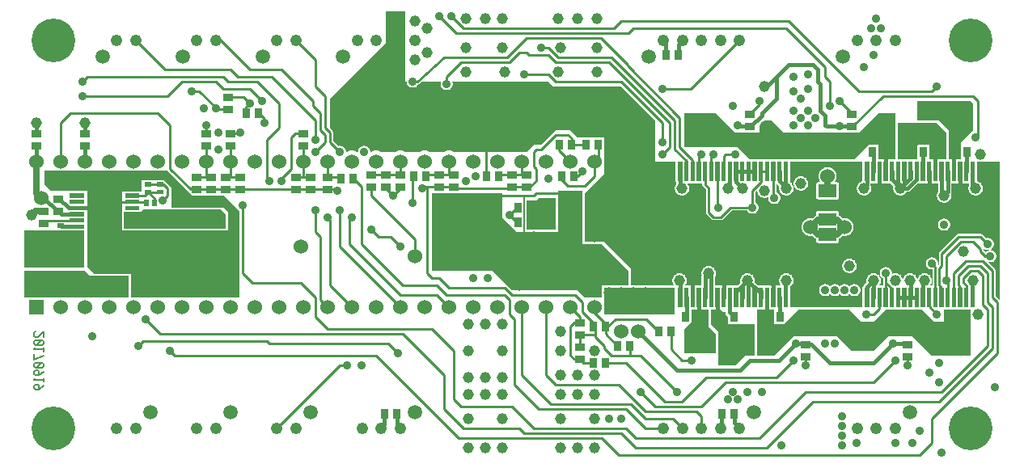
<source format=gbr>
G04 start of page 5 for group 3 idx 3 *
G04 Title: board, bottom *
G04 Creator: pcb 20140316 *
G04 CreationDate: Mon 25 Sep 2017 03:50:36 AM GMT UTC *
G04 For: brian *
G04 Format: Gerber/RS-274X *
G04 PCB-Dimensions (mil): 6000.00 5000.00 *
G04 PCB-Coordinate-Origin: lower left *
%MOIN*%
%FSLAX25Y25*%
%LNBOTTOM*%
%ADD104C,0.0118*%
%ADD103C,0.0380*%
%ADD102C,0.0437*%
%ADD101C,0.1285*%
%ADD100C,0.0279*%
%ADD99C,0.0350*%
%ADD98C,0.0200*%
%ADD97C,0.0280*%
%ADD96C,0.0360*%
%ADD95C,0.0460*%
%ADD94R,0.1339X0.1339*%
%ADD93R,0.0100X0.0100*%
%ADD92R,0.0460X0.0460*%
%ADD91R,0.0512X0.0512*%
%ADD90R,0.0197X0.0197*%
%ADD89R,0.1220X0.1220*%
%ADD88R,0.0177X0.0177*%
%ADD87R,0.0560X0.0560*%
%ADD86R,0.0295X0.0295*%
%ADD85C,0.0278*%
%ADD84C,0.0600*%
%ADD83C,0.0597*%
%ADD82C,0.1800*%
%ADD81C,0.0480*%
%ADD80C,0.0060*%
%ADD79C,0.0150*%
%ADD78C,0.0070*%
%ADD77C,0.0250*%
%ADD76C,0.0100*%
%ADD75C,0.0160*%
%ADD74C,0.0001*%
G54D74*G36*
X412000Y199000D02*X415000Y196000D01*
Y193000D01*
X426000D01*
Y180000D01*
X422000D01*
X418000Y176000D01*
X411000D01*
Y190000D01*
X408000Y193000D01*
Y199000D01*
X412000D01*
G37*
G36*
X407000D02*Y192000D01*
X410000Y189000D01*
Y181000D01*
X397000D01*
Y191000D01*
X400000Y194000D01*
Y199000D01*
X407000D01*
G37*
G36*
X477000Y261000D02*Y267000D01*
X473000D01*
X467000Y261000D01*
X424000D01*
X419000Y266000D01*
X397000D01*
Y280000D01*
X410000D01*
X418000Y272000D01*
X428000D01*
Y275000D01*
X430000Y277000D01*
X433000D01*
X438000Y272000D01*
X469000D01*
X477000Y280000D01*
X484000D01*
Y261000D01*
X477000D01*
G37*
G36*
X434000Y199000D02*Y193000D01*
X438000D01*
X444000Y199000D01*
X465000D01*
X470000Y194000D01*
X475000D01*
X480000Y199000D01*
X495000D01*
X500000Y194000D01*
X504000D01*
Y199000D01*
X515000D01*
Y180000D01*
X499000D01*
X491000Y188000D01*
X481000D01*
X475000Y182000D01*
X466000D01*
X460000Y188000D01*
X442000D01*
X434000Y180000D01*
X427000D01*
Y199000D01*
X434000D01*
G37*
G36*
X505000Y261000D02*X498000D01*
Y267000D01*
X493000D01*
Y261000D01*
X485000D01*
Y276000D01*
X501000D01*
X505000Y272000D01*
Y261000D01*
G37*
G36*
X506000D02*Y273000D01*
X502000Y277000D01*
X493000D01*
Y285000D01*
X515000D01*
X516000Y284000D01*
Y273000D01*
X511000Y268000D01*
Y261000D01*
X506000D01*
G37*
G36*
X451000Y214000D02*Y222000D01*
X461000D01*
Y214000D01*
X451000D01*
G37*
G36*
X510817Y251052D02*X511677Y251057D01*
X511830Y251093D01*
X511913Y251128D01*
X511997Y251093D01*
X512150Y251057D01*
X512307Y251047D01*
X514236Y251057D01*
X514252Y251060D01*
Y250307D01*
X514247Y250248D01*
X514251Y250202D01*
X514138Y249930D01*
X514028Y249471D01*
X513991Y249000D01*
X514028Y248529D01*
X514138Y248070D01*
X514319Y247634D01*
X514565Y247231D01*
X514872Y246872D01*
X515231Y246565D01*
X515634Y246319D01*
X516070Y246138D01*
X516529Y246028D01*
X517000Y245991D01*
X517471Y246028D01*
X517930Y246138D01*
X518366Y246319D01*
X518769Y246565D01*
X519128Y246872D01*
X519435Y247231D01*
X519681Y247634D01*
X519862Y248070D01*
X519972Y248529D01*
X520000Y249000D01*
X519972Y249471D01*
X519862Y249930D01*
X519681Y250366D01*
X519435Y250769D01*
X519128Y251128D01*
X518769Y251435D01*
X518366Y251681D01*
X517930Y251862D01*
X517631Y251934D01*
X517638Y252047D01*
X517629Y260000D01*
X518882D01*
X519000Y259991D01*
X519118Y260000D01*
X527000D01*
Y202665D01*
X526974Y202708D01*
X526851Y202851D01*
X526815Y202882D01*
X525200Y204497D01*
Y214953D01*
X525204Y215000D01*
X525189Y215188D01*
X525189Y215188D01*
X525145Y215372D01*
X525073Y215546D01*
X524974Y215708D01*
X524851Y215851D01*
X524815Y215882D01*
X521981Y218716D01*
X522225Y218615D01*
X522608Y218523D01*
X523000Y218492D01*
X523392Y218523D01*
X523775Y218615D01*
X524138Y218766D01*
X524474Y218971D01*
X524773Y219227D01*
X525029Y219526D01*
X525234Y219862D01*
X525385Y220225D01*
X525477Y220608D01*
X525500Y221000D01*
X525477Y221392D01*
X525385Y221775D01*
X525234Y222138D01*
X525029Y222474D01*
X524773Y222773D01*
X524474Y223029D01*
X524138Y223234D01*
X523775Y223385D01*
X523392Y223477D01*
X523000Y223508D01*
X522608Y223477D01*
X522225Y223385D01*
X521862Y223234D01*
X521526Y223029D01*
X521227Y222773D01*
X521087Y222610D01*
X520200Y223497D01*
Y223953D01*
X520204Y224000D01*
X520189Y224188D01*
X520161Y224304D01*
X520227Y224227D01*
X520526Y223971D01*
X520862Y223766D01*
X521225Y223615D01*
X521608Y223523D01*
X522000Y223492D01*
X522392Y223523D01*
X522775Y223615D01*
X523138Y223766D01*
X523474Y223971D01*
X523773Y224227D01*
X524029Y224526D01*
X524234Y224862D01*
X524385Y225225D01*
X524477Y225608D01*
X524500Y226000D01*
X524477Y226392D01*
X524385Y226775D01*
X524234Y227138D01*
X524029Y227474D01*
X523773Y227773D01*
X523474Y228029D01*
X523138Y228234D01*
X522775Y228385D01*
X522392Y228477D01*
X522000Y228508D01*
X521608Y228477D01*
X521295Y228402D01*
X519882Y229815D01*
X519851Y229851D01*
X519708Y229974D01*
X519546Y230073D01*
X519372Y230145D01*
X519188Y230189D01*
X519000Y230204D01*
X518953Y230200D01*
X510817D01*
Y247510D01*
X511000Y247495D01*
X511235Y247514D01*
X511465Y247569D01*
X511683Y247659D01*
X511884Y247783D01*
X512064Y247936D01*
X512217Y248116D01*
X512341Y248317D01*
X512431Y248535D01*
X512486Y248765D01*
X512505Y249000D01*
X512486Y249235D01*
X512431Y249465D01*
X512341Y249683D01*
X512217Y249884D01*
X512061Y250061D01*
X511695Y250427D01*
X511518Y250583D01*
X511317Y250707D01*
X511099Y250797D01*
X510869Y250852D01*
X510817Y250856D01*
Y251052D01*
G37*
G36*
X503996Y242991D02*X504000Y242991D01*
X504471Y243028D01*
X504930Y243138D01*
X505366Y243319D01*
X505769Y243565D01*
X506128Y243872D01*
X506435Y244231D01*
X506681Y244634D01*
X506862Y245070D01*
X506972Y245529D01*
X507000Y246000D01*
X506972Y246471D01*
X506875Y246877D01*
X506947Y247051D01*
X507002Y247280D01*
X507020Y247516D01*
X507016Y247575D01*
Y251060D01*
X507032Y251057D01*
X507189Y251047D01*
X509118Y251057D01*
X509271Y251093D01*
X509354Y251128D01*
X509438Y251093D01*
X509591Y251057D01*
X509748Y251047D01*
X510817Y251052D01*
Y250856D01*
X510634Y250871D01*
X510398Y250852D01*
X510169Y250797D01*
X509951Y250707D01*
X509749Y250583D01*
X509570Y250430D01*
X509417Y250251D01*
X509293Y250049D01*
X509203Y249831D01*
X509148Y249602D01*
X509129Y249366D01*
X509148Y249131D01*
X509203Y248901D01*
X509293Y248683D01*
X509417Y248482D01*
X509573Y248305D01*
X509939Y247939D01*
X510116Y247783D01*
X510317Y247659D01*
X510535Y247569D01*
X510765Y247514D01*
X510817Y247510D01*
Y230200D01*
X510047D01*
X510000Y230204D01*
X509812Y230189D01*
X509628Y230145D01*
X509454Y230073D01*
X509292Y229974D01*
X509292Y229974D01*
X509149Y229851D01*
X509118Y229815D01*
X503996Y224693D01*
Y231493D01*
X504000Y231492D01*
X504392Y231523D01*
X504775Y231615D01*
X505138Y231766D01*
X505474Y231971D01*
X505773Y232227D01*
X506029Y232526D01*
X506234Y232862D01*
X506385Y233225D01*
X506477Y233608D01*
X506500Y234000D01*
X506477Y234392D01*
X506385Y234775D01*
X506234Y235138D01*
X506029Y235474D01*
X505773Y235773D01*
X505474Y236029D01*
X505138Y236234D01*
X504775Y236385D01*
X504392Y236477D01*
X504000Y236508D01*
X503996Y236507D01*
Y242991D01*
G37*
G36*
X464995Y260000D02*X470367D01*
X470362Y259921D01*
X470371Y251934D01*
X470070Y251862D01*
X469634Y251681D01*
X469231Y251435D01*
X468872Y251128D01*
X468565Y250769D01*
X468319Y250366D01*
X468138Y249930D01*
X468028Y249471D01*
X467991Y249000D01*
X468028Y248529D01*
X468138Y248070D01*
X468319Y247634D01*
X468565Y247231D01*
X468872Y246872D01*
X469231Y246565D01*
X469634Y246319D01*
X470070Y246138D01*
X470529Y246028D01*
X471000Y245991D01*
X471471Y246028D01*
X471930Y246138D01*
X472366Y246319D01*
X472769Y246565D01*
X473128Y246872D01*
X473435Y247231D01*
X473681Y247634D01*
X473862Y248070D01*
X473972Y248529D01*
X474000Y249000D01*
X473972Y249471D01*
X473862Y249930D01*
X473749Y250202D01*
X473753Y250248D01*
X473748Y250307D01*
Y251060D01*
X473764Y251057D01*
X473921Y251047D01*
X475850Y251057D01*
X476003Y251093D01*
X476087Y251128D01*
X476170Y251093D01*
X476323Y251057D01*
X476480Y251047D01*
X478409Y251057D01*
X478562Y251093D01*
X478646Y251128D01*
X478729Y251093D01*
X478882Y251057D01*
X479039Y251047D01*
X480968Y251057D01*
X481121Y251093D01*
X481205Y251128D01*
X481288Y251093D01*
X481442Y251057D01*
X481598Y251047D01*
X481830Y251048D01*
X483101Y249777D01*
X483028Y249471D01*
X482991Y249000D01*
X483028Y248529D01*
X483138Y248070D01*
X483319Y247634D01*
X483565Y247231D01*
X483872Y246872D01*
X484231Y246565D01*
X484634Y246319D01*
X485070Y246138D01*
X485529Y246028D01*
X486000Y245991D01*
X486471Y246028D01*
X486930Y246138D01*
X487366Y246319D01*
X487769Y246565D01*
X488128Y246872D01*
X488435Y247231D01*
X488599Y247500D01*
X488941D01*
X489000Y247495D01*
X489235Y247514D01*
X489235Y247514D01*
X489465Y247569D01*
X489465Y247569D01*
X489465D01*
X489472Y247572D01*
X489683Y247659D01*
X489683Y247659D01*
X489683Y247659D01*
X489717Y247680D01*
X489884Y247783D01*
X489884Y247783D01*
X489884Y247783D01*
X490064Y247936D01*
X490102Y247981D01*
X493175Y251054D01*
X493763Y251057D01*
X493916Y251093D01*
X494000Y251128D01*
X494084Y251093D01*
X494237Y251057D01*
X494394Y251047D01*
X496322Y251057D01*
X496475Y251093D01*
X496559Y251128D01*
X496643Y251093D01*
X496796Y251057D01*
X496953Y251047D01*
X498881Y251057D01*
X499034Y251093D01*
X499118Y251128D01*
X499202Y251093D01*
X499355Y251057D01*
X499512Y251047D01*
X501440Y251057D01*
X501457Y251060D01*
Y247591D01*
X501319Y247366D01*
X501138Y246930D01*
X501028Y246471D01*
X500991Y246000D01*
X501028Y245529D01*
X501138Y245070D01*
X501319Y244634D01*
X501565Y244231D01*
X501872Y243872D01*
X502231Y243565D01*
X502634Y243319D01*
X503070Y243138D01*
X503529Y243028D01*
X503996Y242991D01*
Y236507D01*
X503608Y236477D01*
X503225Y236385D01*
X502862Y236234D01*
X502526Y236029D01*
X502227Y235773D01*
X501971Y235474D01*
X501766Y235138D01*
X501615Y234775D01*
X501523Y234392D01*
X501492Y234000D01*
X501523Y233608D01*
X501615Y233225D01*
X501766Y232862D01*
X501971Y232526D01*
X502227Y232227D01*
X502526Y231971D01*
X502862Y231766D01*
X503225Y231615D01*
X503608Y231523D01*
X503996Y231493D01*
Y224693D01*
X502185Y222882D01*
X502149Y222851D01*
X502026Y222708D01*
X501927Y222546D01*
X501855Y222372D01*
X501811Y222188D01*
X501811Y222188D01*
X501796Y222000D01*
X501800Y221953D01*
Y217497D01*
X501463Y217160D01*
X501396Y217270D01*
X501477Y217608D01*
X501500Y218000D01*
X501477Y218392D01*
X501385Y218775D01*
X501234Y219138D01*
X501029Y219474D01*
X500773Y219773D01*
X500474Y220029D01*
X500138Y220234D01*
X499775Y220385D01*
X499392Y220477D01*
X499000Y220508D01*
X498608Y220477D01*
X498225Y220385D01*
X497862Y220234D01*
X497526Y220029D01*
X497227Y219773D01*
X496971Y219474D01*
X496766Y219138D01*
X496615Y218775D01*
X496523Y218392D01*
X496492Y218000D01*
X496523Y217608D01*
X496615Y217225D01*
X496766Y216862D01*
X496971Y216526D01*
X497227Y216227D01*
X497526Y215971D01*
X497862Y215766D01*
X498225Y215615D01*
X498608Y215523D01*
X499000Y215492D01*
X499198Y215508D01*
Y208905D01*
X499118Y208872D01*
X499034Y208907D01*
X498881Y208943D01*
X498724Y208953D01*
X498195Y208950D01*
X498435Y209231D01*
X498681Y209634D01*
X498862Y210070D01*
X498972Y210529D01*
X499000Y211000D01*
X498972Y211471D01*
X498862Y211930D01*
X498681Y212366D01*
X498435Y212769D01*
X498128Y213128D01*
X497769Y213435D01*
X497366Y213681D01*
X496930Y213862D01*
X496471Y213972D01*
X496000Y214009D01*
X495529Y213972D01*
X495070Y213862D01*
X494634Y213681D01*
X494231Y213435D01*
X493872Y213128D01*
X493565Y212769D01*
X493319Y212366D01*
X493138Y211930D01*
X493028Y211471D01*
X492996Y211067D01*
X492972Y211471D01*
X492862Y211930D01*
X492681Y212366D01*
X492435Y212769D01*
X492128Y213128D01*
X491769Y213435D01*
X491366Y213681D01*
X490930Y213862D01*
X490471Y213972D01*
X490000Y214009D01*
X489529Y213972D01*
X489070Y213862D01*
X488634Y213681D01*
X488231Y213435D01*
X487872Y213128D01*
X487565Y212769D01*
X487319Y212366D01*
X487138Y211930D01*
X487028Y211471D01*
X486996Y211067D01*
X486972Y211471D01*
X486862Y211930D01*
X486681Y212366D01*
X486435Y212769D01*
X486128Y213128D01*
X485769Y213435D01*
X485366Y213681D01*
X484930Y213862D01*
X484471Y213972D01*
X484000Y214009D01*
X483529Y213972D01*
X483070Y213862D01*
X482634Y213681D01*
X482470Y213581D01*
X482477Y213608D01*
X482500Y214000D01*
X482477Y214392D01*
X482385Y214775D01*
X482234Y215138D01*
X482029Y215474D01*
X481773Y215773D01*
X481474Y216029D01*
X481138Y216234D01*
X480775Y216385D01*
X480392Y216477D01*
X480000Y216508D01*
X479608Y216477D01*
X479225Y216385D01*
X478862Y216234D01*
X478526Y216029D01*
X478227Y215773D01*
X477971Y215474D01*
X477766Y215138D01*
X477615Y214775D01*
X477523Y214392D01*
X477492Y214000D01*
X477523Y213608D01*
X477615Y213225D01*
X477766Y212862D01*
X477971Y212526D01*
X478227Y212227D01*
X478526Y211971D01*
X478800Y211803D01*
Y210047D01*
X478796Y210000D01*
X478800Y209953D01*
Y208924D01*
X478729Y208907D01*
X478646Y208872D01*
X478562Y208907D01*
X478409Y208943D01*
X478252Y208953D01*
X477192Y208948D01*
X477435Y209231D01*
X477681Y209634D01*
X477862Y210070D01*
X477972Y210529D01*
X478000Y211000D01*
X477972Y211471D01*
X477862Y211930D01*
X477681Y212366D01*
X477435Y212769D01*
X477128Y213128D01*
X476769Y213435D01*
X476366Y213681D01*
X475930Y213862D01*
X475471Y213972D01*
X475000Y214009D01*
X474529Y213972D01*
X474070Y213862D01*
X473634Y213681D01*
X473231Y213435D01*
X472872Y213128D01*
X472565Y212769D01*
X472319Y212366D01*
X472138Y211930D01*
X472028Y211471D01*
X471991Y211000D01*
X472028Y210529D01*
X472101Y210223D01*
X471229Y209350D01*
X471184Y209312D01*
X471031Y209132D01*
X470907Y208931D01*
X470861Y208818D01*
X470773Y208764D01*
X470653Y208662D01*
X470551Y208542D01*
X470468Y208408D01*
X470408Y208263D01*
X470371Y208110D01*
X470362Y207953D01*
X470371Y200000D01*
X464995D01*
Y205487D01*
X465000Y205492D01*
X465227Y205227D01*
X465526Y204971D01*
X465862Y204766D01*
X466225Y204615D01*
X466608Y204523D01*
X467000Y204492D01*
X467392Y204523D01*
X467775Y204615D01*
X468138Y204766D01*
X468474Y204971D01*
X468773Y205227D01*
X469029Y205526D01*
X469234Y205862D01*
X469385Y206225D01*
X469477Y206608D01*
X469500Y207000D01*
X469477Y207392D01*
X469385Y207775D01*
X469234Y208138D01*
X469029Y208474D01*
X468773Y208773D01*
X468474Y209029D01*
X468138Y209234D01*
X467775Y209385D01*
X467392Y209477D01*
X467000Y209508D01*
X466608Y209477D01*
X466225Y209385D01*
X465862Y209234D01*
X465526Y209029D01*
X465227Y208773D01*
X465000Y208508D01*
X464995Y208513D01*
Y213991D01*
X465000Y213991D01*
X465471Y214028D01*
X465930Y214138D01*
X466366Y214319D01*
X466769Y214565D01*
X467128Y214872D01*
X467435Y215231D01*
X467681Y215634D01*
X467862Y216070D01*
X467972Y216529D01*
X468000Y217000D01*
X467972Y217471D01*
X467862Y217930D01*
X467681Y218366D01*
X467435Y218769D01*
X467128Y219128D01*
X466769Y219435D01*
X466366Y219681D01*
X465930Y219862D01*
X465471Y219972D01*
X465000Y220009D01*
X464995Y220009D01*
Y229883D01*
X465182Y229997D01*
X465624Y230376D01*
X466003Y230818D01*
X466307Y231315D01*
X466530Y231853D01*
X466666Y232419D01*
X466700Y233000D01*
X466666Y233581D01*
X466530Y234147D01*
X466307Y234685D01*
X466003Y235182D01*
X465624Y235624D01*
X465182Y236003D01*
X464995Y236117D01*
Y260000D01*
G37*
G36*
Y208513D02*X464773Y208773D01*
X464474Y209029D01*
X464138Y209234D01*
X463775Y209385D01*
X463392Y209477D01*
X463000Y209508D01*
X462608Y209477D01*
X462225Y209385D01*
X461862Y209234D01*
X461526Y209029D01*
X461227Y208773D01*
X461000Y208508D01*
X460773Y208773D01*
X460474Y209029D01*
X460138Y209234D01*
X459775Y209385D01*
X459392Y209477D01*
X459000Y209508D01*
X458608Y209477D01*
X458225Y209385D01*
X457862Y209234D01*
X457526Y209029D01*
X457227Y208773D01*
X457000Y208508D01*
X456773Y208773D01*
X456474Y209029D01*
X456138Y209234D01*
X456000Y209292D01*
Y214541D01*
X459897Y214545D01*
X460050Y214582D01*
X460195Y214642D01*
X460330Y214724D01*
X460449Y214827D01*
X460552Y214946D01*
X460634Y215081D01*
X460694Y215226D01*
X460731Y215379D01*
X460740Y215536D01*
X460731Y220811D01*
X460694Y220964D01*
X460634Y221109D01*
X460552Y221244D01*
X460449Y221363D01*
X460330Y221466D01*
X460195Y221548D01*
X460050Y221608D01*
X459897Y221645D01*
X459740Y221654D01*
X456000Y221649D01*
Y226351D01*
X459897Y226355D01*
X460050Y226392D01*
X460195Y226452D01*
X460330Y226534D01*
X460449Y226637D01*
X460552Y226756D01*
X460634Y226891D01*
X460694Y227036D01*
X460731Y227189D01*
X460740Y227346D01*
X460739Y228195D01*
X460888Y228257D01*
X461150Y228418D01*
X461383Y228617D01*
X461433Y228675D01*
X462155Y229398D01*
X462419Y229334D01*
X463000Y229289D01*
X463581Y229334D01*
X464147Y229470D01*
X464685Y229693D01*
X464995Y229883D01*
Y220009D01*
X464529Y219972D01*
X464070Y219862D01*
X463634Y219681D01*
X463231Y219435D01*
X462872Y219128D01*
X462565Y218769D01*
X462319Y218366D01*
X462138Y217930D01*
X462028Y217471D01*
X461991Y217000D01*
X462028Y216529D01*
X462138Y216070D01*
X462319Y215634D01*
X462565Y215231D01*
X462872Y214872D01*
X463231Y214565D01*
X463634Y214319D01*
X464070Y214138D01*
X464529Y214028D01*
X464995Y213991D01*
Y208513D01*
G37*
G36*
Y200000D02*X456000D01*
Y204708D01*
X456138Y204766D01*
X456474Y204971D01*
X456773Y205227D01*
X457000Y205492D01*
X457227Y205227D01*
X457526Y204971D01*
X457862Y204766D01*
X458225Y204615D01*
X458608Y204523D01*
X459000Y204492D01*
X459392Y204523D01*
X459775Y204615D01*
X460138Y204766D01*
X460474Y204971D01*
X460773Y205227D01*
X461000Y205492D01*
X461227Y205227D01*
X461526Y204971D01*
X461862Y204766D01*
X462225Y204615D01*
X462608Y204523D01*
X463000Y204492D01*
X463392Y204523D01*
X463775Y204615D01*
X464138Y204766D01*
X464474Y204971D01*
X464773Y205227D01*
X464995Y205487D01*
Y200000D01*
G37*
G36*
X456000Y260000D02*X464995D01*
Y236117D01*
X464685Y236307D01*
X464147Y236530D01*
X463581Y236666D01*
X463000Y236711D01*
X462419Y236666D01*
X462155Y236602D01*
X461433Y237325D01*
X461383Y237383D01*
X461150Y237582D01*
X460888Y237743D01*
X460732Y237807D01*
X460731Y238811D01*
X460694Y238964D01*
X460634Y239109D01*
X460552Y239244D01*
X460449Y239363D01*
X460330Y239466D01*
X460195Y239548D01*
X460050Y239608D01*
X459897Y239645D01*
X459740Y239654D01*
X456000Y239649D01*
Y244351D01*
X459897Y244355D01*
X460050Y244392D01*
X460195Y244452D01*
X460330Y244534D01*
X460449Y244637D01*
X460552Y244756D01*
X460634Y244891D01*
X460694Y245036D01*
X460731Y245189D01*
X460740Y245346D01*
X460731Y250621D01*
X460694Y250774D01*
X460634Y250919D01*
X460552Y251054D01*
X460449Y251173D01*
X460330Y251276D01*
X460195Y251358D01*
X460050Y251418D01*
X459897Y251455D01*
X459740Y251464D01*
X458699Y251463D01*
X459003Y251818D01*
X459307Y252315D01*
X459530Y252853D01*
X459666Y253419D01*
X459700Y254000D01*
X459666Y254581D01*
X459530Y255147D01*
X459307Y255685D01*
X459003Y256182D01*
X458624Y256624D01*
X458182Y257003D01*
X457685Y257307D01*
X457147Y257530D01*
X456581Y257666D01*
X456000Y257711D01*
Y260000D01*
G37*
G36*
X444995D02*X456000D01*
Y257711D01*
X455419Y257666D01*
X454853Y257530D01*
X454315Y257307D01*
X453818Y257003D01*
X453376Y256624D01*
X452997Y256182D01*
X452693Y255685D01*
X452470Y255147D01*
X452334Y254581D01*
X452289Y254000D01*
X452334Y253419D01*
X452470Y252853D01*
X452693Y252315D01*
X452997Y251818D01*
X453307Y251456D01*
X452103Y251455D01*
X451950Y251418D01*
X451805Y251358D01*
X451670Y251276D01*
X451551Y251173D01*
X451448Y251054D01*
X451366Y250919D01*
X451306Y250774D01*
X451269Y250621D01*
X451260Y250464D01*
X451269Y245189D01*
X451306Y245036D01*
X451366Y244891D01*
X451448Y244756D01*
X451551Y244637D01*
X451670Y244534D01*
X451805Y244452D01*
X451950Y244392D01*
X452103Y244355D01*
X452260Y244346D01*
X456000Y244351D01*
Y239649D01*
X452103Y239645D01*
X451950Y239608D01*
X451805Y239548D01*
X451670Y239466D01*
X451551Y239363D01*
X451448Y239244D01*
X451366Y239109D01*
X451306Y238964D01*
X451269Y238811D01*
X451260Y238654D01*
X451261Y237805D01*
X451112Y237743D01*
X450850Y237582D01*
X450850Y237582D01*
X450617Y237383D01*
X450567Y237325D01*
X449845Y236602D01*
X449581Y236666D01*
X449000Y236711D01*
X448419Y236666D01*
X447853Y236530D01*
X447315Y236307D01*
X446818Y236003D01*
X446376Y235624D01*
X445997Y235182D01*
X445693Y234685D01*
X445470Y234147D01*
X445334Y233581D01*
X445289Y233000D01*
X445334Y232419D01*
X445470Y231853D01*
X445693Y231315D01*
X445997Y230818D01*
X446376Y230376D01*
X446818Y229997D01*
X447315Y229693D01*
X447853Y229470D01*
X448419Y229334D01*
X449000Y229289D01*
X449581Y229334D01*
X449845Y229398D01*
X450567Y228675D01*
X450617Y228617D01*
X450850Y228418D01*
X450850Y228418D01*
X451013Y228318D01*
X451112Y228257D01*
X451229Y228209D01*
X451268Y228193D01*
X451269Y227189D01*
X451306Y227036D01*
X451366Y226891D01*
X451448Y226756D01*
X451551Y226637D01*
X451670Y226534D01*
X451805Y226452D01*
X451950Y226392D01*
X452103Y226355D01*
X452260Y226346D01*
X456000Y226351D01*
Y221649D01*
X452103Y221645D01*
X451950Y221608D01*
X451805Y221548D01*
X451670Y221466D01*
X451551Y221363D01*
X451448Y221244D01*
X451366Y221109D01*
X451306Y220964D01*
X451269Y220811D01*
X451260Y220654D01*
X451269Y215379D01*
X451306Y215226D01*
X451366Y215081D01*
X451448Y214946D01*
X451551Y214827D01*
X451670Y214724D01*
X451805Y214642D01*
X451950Y214582D01*
X452103Y214545D01*
X452260Y214536D01*
X456000Y214541D01*
Y209292D01*
X455775Y209385D01*
X455392Y209477D01*
X455000Y209508D01*
X454608Y209477D01*
X454225Y209385D01*
X453862Y209234D01*
X453526Y209029D01*
X453227Y208773D01*
X452971Y208474D01*
X452766Y208138D01*
X452615Y207775D01*
X452523Y207392D01*
X452492Y207000D01*
X452523Y206608D01*
X452615Y206225D01*
X452766Y205862D01*
X452971Y205526D01*
X453227Y205227D01*
X453526Y204971D01*
X453862Y204766D01*
X454225Y204615D01*
X454608Y204523D01*
X455000Y204492D01*
X455392Y204523D01*
X455775Y204615D01*
X456000Y204708D01*
Y200000D01*
X444995D01*
Y247991D01*
X445000Y247991D01*
X445471Y248028D01*
X445930Y248138D01*
X446366Y248319D01*
X446769Y248565D01*
X447128Y248872D01*
X447435Y249231D01*
X447681Y249634D01*
X447862Y250070D01*
X447972Y250529D01*
X448000Y251000D01*
X447972Y251471D01*
X447862Y251930D01*
X447681Y252366D01*
X447435Y252769D01*
X447128Y253128D01*
X446769Y253435D01*
X446366Y253681D01*
X445930Y253862D01*
X445471Y253972D01*
X445000Y254009D01*
X444995Y254009D01*
Y260000D01*
G37*
G36*
X384000D02*X393367D01*
X393362Y259921D01*
X393371Y251890D01*
X393408Y251737D01*
X393468Y251592D01*
X393551Y251458D01*
X393653Y251338D01*
X393748Y251257D01*
Y250983D01*
X393565Y250769D01*
X393319Y250366D01*
X393138Y249930D01*
X393028Y249471D01*
X392991Y249000D01*
X393028Y248529D01*
X393138Y248070D01*
X393319Y247634D01*
X393565Y247231D01*
X393872Y246872D01*
X394231Y246565D01*
X394634Y246319D01*
X395070Y246138D01*
X395529Y246028D01*
X396000Y245991D01*
X396471Y246028D01*
X396930Y246138D01*
X397366Y246319D01*
X397769Y246565D01*
X398128Y246872D01*
X398435Y247231D01*
X398681Y247634D01*
X398862Y248070D01*
X398972Y248529D01*
X399000Y249000D01*
X398972Y249471D01*
X398862Y249930D01*
X398681Y250366D01*
X398435Y250769D01*
X398192Y251053D01*
X398850Y251057D01*
X399003Y251093D01*
X399087Y251128D01*
X399170Y251093D01*
X399323Y251057D01*
X399480Y251047D01*
X401409Y251057D01*
X401562Y251093D01*
X401646Y251128D01*
X401729Y251093D01*
X401882Y251057D01*
X402039Y251047D01*
X403968Y251057D01*
X404121Y251093D01*
X404205Y251128D01*
X404284Y251095D01*
Y250563D01*
X404281Y250516D01*
X404295Y250327D01*
X404339Y250144D01*
X404412Y249969D01*
X404510Y249808D01*
X404510Y249808D01*
X404633Y249665D01*
X404669Y249634D01*
X405800Y248503D01*
Y239047D01*
X405796Y239000D01*
X405811Y238812D01*
X405855Y238628D01*
X405927Y238454D01*
X406026Y238292D01*
X406026Y238292D01*
X406149Y238149D01*
X406185Y238118D01*
X408118Y236185D01*
X408149Y236149D01*
X408292Y236026D01*
X408292Y236026D01*
X408454Y235927D01*
X408628Y235855D01*
X408812Y235811D01*
X409000Y235796D01*
X409047Y235800D01*
X411953D01*
X412000Y235796D01*
X412188Y235811D01*
X412188Y235811D01*
X412372Y235855D01*
X412546Y235927D01*
X412708Y236026D01*
X412851Y236149D01*
X412882Y236185D01*
X416497Y239800D01*
X422803D01*
X422971Y239526D01*
X423227Y239227D01*
X423526Y238971D01*
X423862Y238766D01*
X424225Y238615D01*
X424608Y238523D01*
X425000Y238492D01*
X425392Y238523D01*
X425775Y238615D01*
X426138Y238766D01*
X426474Y238971D01*
X426773Y239227D01*
X427029Y239526D01*
X427234Y239862D01*
X427385Y240225D01*
X427477Y240608D01*
X427500Y241000D01*
X427477Y241392D01*
X427385Y241775D01*
X427234Y242138D01*
X427029Y242474D01*
X426773Y242773D01*
X426474Y243029D01*
X426200Y243197D01*
Y247503D01*
X427016Y248319D01*
X426991Y248000D01*
X427028Y247529D01*
X427138Y247070D01*
X427319Y246634D01*
X427565Y246231D01*
X427872Y245872D01*
X428231Y245565D01*
X428634Y245319D01*
X429070Y245138D01*
X429529Y245028D01*
X430000Y244991D01*
X430471Y245028D01*
X430930Y245138D01*
X431366Y245319D01*
X431530Y245419D01*
X431523Y245392D01*
X431492Y245000D01*
X431523Y244608D01*
X431615Y244225D01*
X431766Y243862D01*
X431971Y243526D01*
X432227Y243227D01*
X432526Y242971D01*
X432862Y242766D01*
X433225Y242615D01*
X433608Y242523D01*
X434000Y242492D01*
X434392Y242523D01*
X434775Y242615D01*
X435138Y242766D01*
X435474Y242971D01*
X435773Y243227D01*
X436029Y243526D01*
X436234Y243862D01*
X436385Y244225D01*
X436477Y244608D01*
X436500Y245000D01*
X436477Y245392D01*
X436385Y245775D01*
X436234Y246138D01*
X436029Y246474D01*
X435773Y246773D01*
X435474Y247029D01*
X435138Y247234D01*
X434834Y247361D01*
Y251095D01*
X434863Y251107D01*
X434976Y250923D01*
X434976Y250923D01*
X435129Y250743D01*
X435174Y250705D01*
X436101Y249777D01*
X436028Y249471D01*
X435991Y249000D01*
X436028Y248529D01*
X436138Y248070D01*
X436319Y247634D01*
X436565Y247231D01*
X436872Y246872D01*
X437231Y246565D01*
X437634Y246319D01*
X438070Y246138D01*
X438529Y246028D01*
X439000Y245991D01*
X439471Y246028D01*
X439930Y246138D01*
X440366Y246319D01*
X440769Y246565D01*
X441128Y246872D01*
X441435Y247231D01*
X441681Y247634D01*
X441862Y248070D01*
X441972Y248529D01*
X442000Y249000D01*
X441972Y249471D01*
X441862Y249930D01*
X441681Y250366D01*
X441435Y250769D01*
X441128Y251128D01*
X440769Y251435D01*
X440526Y251583D01*
X440532Y251592D01*
X440592Y251737D01*
X440629Y251890D01*
X440638Y252047D01*
X440629Y260000D01*
X444995D01*
Y254009D01*
X444529Y253972D01*
X444070Y253862D01*
X443634Y253681D01*
X443231Y253435D01*
X442872Y253128D01*
X442565Y252769D01*
X442319Y252366D01*
X442138Y251930D01*
X442028Y251471D01*
X441991Y251000D01*
X442028Y250529D01*
X442138Y250070D01*
X442319Y249634D01*
X442565Y249231D01*
X442872Y248872D01*
X443231Y248565D01*
X443634Y248319D01*
X444070Y248138D01*
X444529Y248028D01*
X444995Y247991D01*
Y200000D01*
X440633D01*
X440638Y200079D01*
X440629Y208110D01*
X440592Y208263D01*
X440532Y208408D01*
X440526Y208417D01*
X440769Y208565D01*
X441128Y208872D01*
X441435Y209231D01*
X441681Y209634D01*
X441862Y210070D01*
X441972Y210529D01*
X442000Y211000D01*
X441972Y211471D01*
X441862Y211930D01*
X441681Y212366D01*
X441435Y212769D01*
X441128Y213128D01*
X440769Y213435D01*
X440366Y213681D01*
X439930Y213862D01*
X439471Y213972D01*
X439000Y214009D01*
X438529Y213972D01*
X438070Y213862D01*
X437634Y213681D01*
X437231Y213435D01*
X436872Y213128D01*
X436565Y212769D01*
X436319Y212366D01*
X436138Y211930D01*
X436028Y211471D01*
X435991Y211000D01*
X436028Y210529D01*
X436138Y210070D01*
X436319Y209634D01*
X436565Y209231D01*
X436804Y208951D01*
X435150Y208943D01*
X434997Y208907D01*
X434913Y208872D01*
X434830Y208907D01*
X434677Y208943D01*
X434520Y208953D01*
X432591Y208943D01*
X432438Y208907D01*
X432354Y208872D01*
X432271Y208907D01*
X432118Y208943D01*
X431961Y208953D01*
X430032Y208943D01*
X429879Y208907D01*
X429795Y208872D01*
X429712Y208907D01*
X429558Y208943D01*
X429402Y208953D01*
X427473Y208943D01*
X427320Y208907D01*
X427245Y208876D01*
X427108Y209013D01*
X427075Y209052D01*
X427025Y209096D01*
X425899Y210223D01*
X425972Y210529D01*
X426000Y211000D01*
X425972Y211471D01*
X425862Y211930D01*
X425681Y212366D01*
X425435Y212769D01*
X425128Y213128D01*
X424769Y213435D01*
X424366Y213681D01*
X423930Y213862D01*
X423471Y213972D01*
X423000Y214009D01*
X422529Y213972D01*
X422070Y213862D01*
X421634Y213681D01*
X421231Y213435D01*
X420872Y213128D01*
X420565Y212769D01*
X420319Y212366D01*
X420138Y211930D01*
X420028Y211471D01*
X419991Y211000D01*
X420028Y210529D01*
X420101Y210223D01*
X419998Y210119D01*
X419971Y210098D01*
X419915Y210036D01*
X419778Y209899D01*
X419776Y209897D01*
X418830Y208951D01*
X417237Y208943D01*
X417084Y208907D01*
X417000Y208872D01*
X416916Y208907D01*
X416763Y208943D01*
X416606Y208953D01*
X414678Y208943D01*
X414525Y208907D01*
X414441Y208872D01*
X414357Y208907D01*
X414204Y208943D01*
X414047Y208953D01*
X412119Y208943D01*
X411966Y208907D01*
X411882Y208872D01*
X411798Y208907D01*
X411645Y208943D01*
X411488Y208953D01*
X409560Y208943D01*
X409543Y208940D01*
Y212409D01*
X409681Y212634D01*
X409862Y213070D01*
X409972Y213529D01*
X410000Y214000D01*
X409972Y214471D01*
X409862Y214930D01*
X409681Y215366D01*
X409435Y215769D01*
X409128Y216128D01*
X408769Y216435D01*
X408366Y216681D01*
X407930Y216862D01*
X407471Y216972D01*
X407000Y217009D01*
X406529Y216972D01*
X406070Y216862D01*
X405634Y216681D01*
X405231Y216435D01*
X404872Y216128D01*
X404565Y215769D01*
X404319Y215366D01*
X404138Y214930D01*
X404028Y214471D01*
X403991Y214000D01*
X404028Y213529D01*
X404125Y213123D01*
X404053Y212949D01*
X403998Y212720D01*
X403998Y212719D01*
X403980Y212484D01*
X403984Y212426D01*
Y208940D01*
X403968Y208943D01*
X403811Y208953D01*
X401882Y208943D01*
X401729Y208907D01*
X401646Y208872D01*
X401562Y208907D01*
X401409Y208943D01*
X401252Y208953D01*
X399323Y208943D01*
X399170Y208907D01*
X399087Y208872D01*
X399003Y208907D01*
X398850Y208943D01*
X398693Y208953D01*
X397191Y208946D01*
X397435Y209231D01*
X397681Y209634D01*
X397862Y210070D01*
X397972Y210529D01*
X398000Y211000D01*
X397972Y211471D01*
X397862Y211930D01*
X397681Y212366D01*
X397435Y212769D01*
X397128Y213128D01*
X396769Y213435D01*
X396366Y213681D01*
X395930Y213862D01*
X395471Y213972D01*
X395000Y214009D01*
X394529Y213972D01*
X394070Y213862D01*
X393634Y213681D01*
X393231Y213435D01*
X392872Y213128D01*
X392565Y212769D01*
X392319Y212366D01*
X392138Y211930D01*
X392028Y211471D01*
X391991Y211000D01*
X392028Y210529D01*
X392138Y210070D01*
X392319Y209634D01*
X392565Y209231D01*
X392763Y209000D01*
X384000D01*
Y260000D01*
G37*
G36*
X251000Y286000D02*X274000Y309000D01*
Y322000D01*
X282000D01*
Y293000D01*
X282492D01*
X282523Y292608D01*
X282615Y292225D01*
X282766Y291862D01*
X282971Y291526D01*
X283227Y291227D01*
X283526Y290971D01*
X283862Y290766D01*
X284225Y290615D01*
X284608Y290523D01*
X285000Y290492D01*
X285392Y290523D01*
X285775Y290615D01*
X286138Y290766D01*
X286474Y290971D01*
X286773Y291227D01*
X287029Y291526D01*
X287206Y291815D01*
X287252Y291827D01*
X287317Y291839D01*
X287344Y291849D01*
X287372Y291855D01*
X287433Y291880D01*
X287495Y291903D01*
X287520Y291917D01*
X287546Y291927D01*
X287603Y291962D01*
X287660Y291994D01*
X287679Y292009D01*
X287708Y292026D01*
X287851Y292149D01*
X287863Y292163D01*
X288784Y293000D01*
X296708D01*
X296615Y292775D01*
X296523Y292392D01*
X296492Y292000D01*
X296523Y291608D01*
X296615Y291225D01*
X296766Y290862D01*
X296971Y290526D01*
X297227Y290227D01*
X297526Y289971D01*
X297862Y289766D01*
X298225Y289615D01*
X298608Y289523D01*
X299000Y289492D01*
X299392Y289523D01*
X299775Y289615D01*
X300138Y289766D01*
X300474Y289971D01*
X300773Y290227D01*
X301029Y290526D01*
X301234Y290862D01*
X301385Y291225D01*
X301477Y291608D01*
X301500Y292000D01*
X301477Y292392D01*
X301385Y292775D01*
X301292Y293000D01*
X304000D01*
Y287118D01*
X303991Y287000D01*
X304000Y286882D01*
Y277118D01*
X303991Y277000D01*
X304000Y276882D01*
Y268118D01*
X303991Y268000D01*
X304000Y267882D01*
Y264000D01*
X302085D01*
X302049Y264022D01*
X301395Y264293D01*
X300706Y264458D01*
X300000Y264514D01*
X299294Y264458D01*
X298605Y264293D01*
X297951Y264022D01*
X297915Y264000D01*
X292085D01*
X292049Y264022D01*
X291395Y264293D01*
X290706Y264458D01*
X290000Y264514D01*
X289294Y264458D01*
X288605Y264293D01*
X287951Y264022D01*
X287915Y264000D01*
X282085D01*
X282049Y264022D01*
X281395Y264293D01*
X280706Y264458D01*
X280000Y264514D01*
X279294Y264458D01*
X278605Y264293D01*
X277951Y264022D01*
X277915Y264000D01*
X272085D01*
X272049Y264022D01*
X271395Y264293D01*
X270706Y264458D01*
X270000Y264514D01*
X269294Y264458D01*
X268605Y264293D01*
X267951Y264022D01*
X267915Y264000D01*
X267500D01*
X267477Y264392D01*
X267385Y264775D01*
X267234Y265138D01*
X267029Y265474D01*
X266773Y265773D01*
X266474Y266029D01*
X266138Y266234D01*
X265775Y266385D01*
X265392Y266477D01*
X265000Y266508D01*
X264608Y266477D01*
X264225Y266385D01*
X263862Y266234D01*
X263526Y266029D01*
X263227Y265773D01*
X262971Y265474D01*
X262766Y265138D01*
X262615Y264775D01*
X262523Y264392D01*
X262492Y264000D01*
X262085D01*
X262049Y264022D01*
X261395Y264293D01*
X260706Y264458D01*
X260000Y264514D01*
X259294Y264458D01*
X258605Y264293D01*
X257951Y264022D01*
X257915Y264000D01*
X257500D01*
X257477Y264392D01*
X257385Y264775D01*
X257234Y265138D01*
X257029Y265474D01*
X256773Y265773D01*
X256474Y266029D01*
X256138Y266234D01*
X255775Y266385D01*
X255392Y266477D01*
X255000Y266508D01*
X254608Y266477D01*
X254295Y266402D01*
X252200Y268497D01*
Y271953D01*
X252204Y272000D01*
X252189Y272188D01*
X252145Y272372D01*
X252073Y272546D01*
X251974Y272708D01*
X251851Y272851D01*
X251815Y272882D01*
X251000Y273697D01*
Y286000D01*
G37*
G36*
X364000Y270000D02*X353000D01*
X350000Y273000D01*
X344000D01*
X338000Y267000D01*
X335000D01*
X332000Y264000D01*
X304000D01*
Y293000D01*
X341000D01*
X343000Y291000D01*
X371000D01*
X385000Y277000D01*
Y209000D01*
X375000D01*
Y216000D01*
X364000Y227000D01*
X356000D01*
Y247000D01*
X364000Y255000D01*
Y270000D01*
G37*
G36*
X332000Y232000D02*Y244000D01*
X336000D01*
X337000Y245000D01*
X344000D01*
Y232000D01*
X332000D01*
G37*
G36*
X374000Y215000D02*Y209000D01*
X363000D01*
Y204000D01*
X356000D01*
X353000Y207000D01*
X326000D01*
X318000Y215000D01*
X293000D01*
Y247000D01*
X322000D01*
Y237000D01*
X328000Y231000D01*
X345000D01*
Y248000D01*
X355000D01*
Y226000D01*
X363000D01*
X374000Y215000D01*
G37*
G36*
X364000Y197000D02*Y208000D01*
X393000D01*
Y197000D01*
X364000D01*
G37*
G36*
X149600Y231600D02*Y216300D01*
X125000D01*
Y231600D01*
X149600D01*
G37*
G36*
X166000Y232200D02*Y239300D01*
X173100D01*
X174100Y240300D01*
X205900D01*
X208000Y238200D01*
Y232200D01*
X166000D01*
G37*
G36*
X165200Y231500D02*X208800D01*
Y239200D01*
X206900Y241100D01*
X185600D01*
Y249200D01*
X182400Y252400D01*
X173400D01*
Y256300D01*
X183800D01*
X194100Y246000D01*
X207300D01*
X213600Y239700D01*
Y204000D01*
X169000D01*
Y213700D01*
X153700D01*
X150800Y216600D01*
Y247800D01*
X135900D01*
X133200Y250500D01*
Y256300D01*
X173400D01*
Y247700D01*
X165200D01*
Y231500D01*
G37*
G36*
X125000Y215000D02*X150000D01*
X152000Y213000D01*
X168000D01*
Y204000D01*
X125000D01*
Y215000D01*
G37*
G54D75*X474807Y255984D02*Y263634D01*
X474441Y264000D01*
X479925Y255984D02*Y263634D01*
X479559Y264000D01*
X495280Y255984D02*Y263839D01*
X492720Y255984D02*Y252720D01*
X490161Y255984D02*Y253161D01*
X477366Y255984D02*Y249366D01*
X482484Y255984D02*Y252516D01*
X485043Y255984D02*Y248957D01*
X482484Y252516D02*X486000Y249000D01*
X472248Y255984D02*Y250248D01*
X471000Y249000D01*
X485043Y248957D02*X486000Y248000D01*
X487602Y250602D02*X486000Y249000D01*
X490161Y253161D02*X486000Y249000D01*
X489000D02*X486000D01*
X492720Y252720D02*X489000Y249000D01*
X487602Y256984D02*Y250602D01*
X495280Y263839D02*X495441Y264000D01*
X500398Y255984D02*Y263839D01*
X500559Y264000D01*
X502957Y255984D02*Y247043D01*
X497839Y255984D02*Y246161D01*
X502957Y247043D02*X504000Y246000D01*
X505516Y255984D02*Y247516D01*
X504000Y246000D01*
X511000Y249000D02*X510634Y249366D01*
X466000Y274441D02*X455559D01*
X455000Y275000D01*
Y279000D01*
G54D76*X457000Y293000D02*X455000Y295000D01*
X499000Y289000D02*X469000D01*
X466000Y279559D02*Y280000D01*
X466441Y274441D02*X479000Y287000D01*
X466000Y280000D02*X461000Y285000D01*
X499000Y289000D02*X501000Y291000D01*
X516000Y287000D02*X479000D01*
X466000Y274441D02*X466441D01*
G54D75*X508075Y255984D02*Y263634D01*
X508441Y264000D01*
X513193Y255984D02*Y263634D01*
X513559Y264000D01*
X510634Y249366D02*Y255984D01*
G54D76*X517000Y270000D02*X518000Y271000D01*
Y285000D01*
X516000Y287000D01*
G54D75*X515752Y255984D02*Y250248D01*
X517000Y249000D01*
X130000Y266441D02*Y260000D01*
X150000Y266441D02*Y260000D01*
X130000Y276000D02*Y272000D01*
X150000Y276000D02*Y272000D01*
G54D76*X144000Y280000D02*X140000Y276000D01*
Y260000D01*
X180000Y280000D02*X144000D01*
X184000Y287000D02*X149000D01*
X176000Y250574D02*X182426D01*
X184000Y249000D01*
Y246000D01*
X182000Y244000D01*
X169417Y245957D02*X174531D01*
X176000Y247426D01*
X181000D01*
X178574Y243000D02*Y244852D01*
X176000Y247426D01*
G54D75*X146583Y233161D02*X140413D01*
X140000Y233574D01*
X146583Y238280D02*X140161D01*
G54D76*X146583Y235720D02*X134280D01*
X133000Y234441D01*
G54D75*X140161Y238280D02*X139000Y239441D01*
X138559D01*
X143161Y240839D02*X139441Y244559D01*
X138559Y239441D02*X133000Y245000D01*
G54D77*Y239559D02*X129559D01*
X128000Y238000D01*
G54D75*X143161Y240839D02*X156031D01*
X133000Y245000D02*X132000D01*
G54D77*X130000Y247000D01*
Y260000D01*
G54D75*X452000Y293000D02*Y298000D01*
X450000Y300000D02*X440000D01*
G54D76*X469000Y289000D02*X440000Y318000D01*
X455000Y299000D02*X439000Y315000D01*
X455000Y295000D02*Y299000D01*
G54D75*X453000Y292000D02*X452000Y293000D01*
G54D76*X457000Y283000D02*Y293000D01*
G54D75*X455000Y279000D02*X453000Y281000D01*
Y292000D01*
G54D76*X397807Y255984D02*Y260193D01*
X400366Y255984D02*Y260634D01*
X402925Y255984D02*Y261925D01*
X404000Y263000D01*
X400366Y260634D02*X395000Y266000D01*
X397807Y260193D02*X393000Y265000D01*
X388000Y263000D02*X391000Y266000D01*
X388000Y268000D02*Y276000D01*
X315441Y269441D02*X323000Y277000D01*
X391000Y266000D02*Y276000D01*
X393000Y265000D02*Y277000D01*
X395000Y266000D02*Y278000D01*
G54D75*X452000Y298000D02*X450000Y300000D01*
G54D76*X428000Y285000D02*Y283559D01*
X424000Y279559D01*
G54D75*X435000Y286000D02*X429000Y280000D01*
Y279000D01*
X424441Y274441D01*
X435000Y295000D02*Y286000D01*
X440000Y300000D02*X431000Y291000D01*
X430000D01*
X424441Y274441D02*X419559D01*
D03*
X419000Y275000D01*
X389441Y304000D02*Y308811D01*
X388252Y310000D01*
X394559Y304000D02*Y308433D01*
X396126Y310000D01*
G54D76*X440000Y318000D02*X371000D01*
X439000Y315000D02*X376000D01*
X391000Y276000D02*X366000Y301000D01*
X393000Y277000D02*X367000Y303000D01*
X395000Y278000D02*X373500Y299500D01*
X371000Y293000D02*X388000Y276000D01*
X373500Y299500D02*Y300000D01*
X388000Y290000D02*X399748D01*
X419748Y310000D01*
X362500Y311000D02*X373500Y300000D01*
X371000Y293000D02*X344000D01*
X367000Y303000D02*X345000D01*
X371000Y318000D02*X368000Y315000D01*
X376000D02*X374000Y313000D01*
X368000Y315000D02*X306000D01*
X301000Y320000D01*
X374000Y313000D02*X303000D01*
X296000Y320000D01*
X344000Y301000D02*X366000D01*
X344000Y293000D02*X341000Y296000D01*
X331000D02*X341000D01*
Y304000D02*X344000Y301000D01*
X362500Y311000D02*X332000D01*
X345000Y303000D02*X341000Y307000D01*
X338000D01*
X341000Y304000D02*X333000D01*
X332000Y305000D01*
X333000Y311000D02*X332000D01*
X298000Y303000D02*X324000D01*
X332000Y311000D02*X324000Y303000D01*
X332000Y305000D02*X329000D01*
X325000Y301000D01*
X305000D01*
X299000Y295000D01*
Y292000D01*
X285000Y293000D02*X287000D01*
X298000Y303000D01*
X345441Y267000D02*Y264559D01*
X350000Y260000D01*
X361559Y267000D02*Y261559D01*
X360000Y260000D01*
X350559Y267000D02*X356441D01*
X350559D02*Y269441D01*
X349000Y271000D01*
X344000D01*
X338000Y265000D01*
X336000Y247000D02*X350000D01*
X352000Y245000D01*
Y239000D01*
X335000Y264000D02*X336000Y265000D01*
X328441Y235000D02*X328000D01*
X325000Y238000D01*
X328441Y241000D02*X328000D01*
X325000Y238000D01*
X336000Y265000D02*X338000D01*
X360000Y254000D02*Y260000D01*
X302000Y254559D02*X291118D01*
X289000Y249000D02*X289441Y249441D01*
X302000D01*
X291118Y254559D02*X290559Y254000D01*
X280000Y254559D02*X268000D01*
X285000Y253559D02*X285441Y254000D01*
X280000Y260000D02*Y254559D01*
X264000Y249559D02*X260559Y253000D01*
X274000Y249441D02*Y249000D01*
X277000Y246000D01*
X280000Y249441D02*Y249000D01*
X277000Y246000D01*
X268000D02*Y249441D01*
G54D75*X395248Y255984D02*Y249752D01*
X396000Y249000D01*
G54D76*X355000Y256000D02*X353000Y254000D01*
X351559D01*
X346441D02*Y252559D01*
X349000Y250000D01*
X356000D01*
X360000Y254000D01*
X300000Y260000D02*Y254559D01*
X315441Y254000D02*Y269441D01*
X302000Y249441D02*X302441Y249000D01*
X330000Y260000D02*Y254559D01*
X335000Y264000D02*Y258000D01*
X336000Y257000D01*
Y252000D01*
X333441Y249441D01*
X335000Y246000D02*X336000Y247000D01*
X332000Y254559D02*X321118D01*
X320559Y254000D01*
X302441Y249000D02*X325559D01*
X326000Y249441D01*
X333441D02*X326000D01*
X321000Y246000D02*X335000D01*
X196000Y253559D02*X202000D01*
X200000D02*Y266441D01*
Y271559D02*Y275000D01*
G54D75*X169417Y235720D02*X175839D01*
X177000Y234559D01*
G54D76*X210000Y271559D02*X213559D01*
X193559Y248441D02*X185000Y257000D01*
Y275000D01*
X180000Y280000D01*
X237000Y253559D02*X243000D01*
X240000D02*Y266441D01*
X235000Y257000D02*Y270000D01*
X250000Y253559D02*X254882D01*
X250000Y260000D02*Y253559D01*
X235000Y270000D02*X236559Y271559D01*
X240000D01*
X245000Y269000D02*Y277000D01*
X247000Y273000D02*Y280000D01*
X249000Y274000D02*Y287000D01*
X244000Y283000D02*Y285000D01*
X216441Y280000D02*Y282441D01*
X218000Y284000D01*
X215441Y286559D02*X218000Y284000D01*
X209000Y281441D02*X204559D01*
X194000Y289000D02*X197000D01*
X182937Y298000D02*X170937Y310000D01*
X204559Y281441D02*X197000Y289000D01*
X209000Y286559D02*X215441D01*
X218000Y290000D02*X207000D01*
X221000Y293000D02*X209000D01*
X207000Y295000D01*
X218000Y298000D02*X206000Y310000D01*
X210000Y298000D02*X182937D01*
X207000Y295000D02*X151000D01*
X149000Y293000D01*
X207000Y290000D02*X204000Y293000D01*
X190000D01*
X184000Y287000D01*
X245000Y264000D02*X249000Y268000D01*
Y271000D01*
X247000Y273000D01*
X255000Y264000D02*X251000Y268000D01*
Y272000D01*
X249000Y274000D01*
X259000Y236000D02*X260000Y237000D01*
X251000Y236000D02*X250000Y237000D01*
X208000Y253559D02*X214000D01*
X210000D02*Y266441D01*
X254882Y253559D02*X255441Y253000D01*
X253559Y248441D02*X254000Y248000D01*
X213559Y271559D02*X214000Y272000D01*
X196000Y248441D02*X253559D01*
X175028Y243398D02*X160953D01*
X196000Y248441D02*X193559D01*
X231000Y252000D02*Y253000D01*
X235000Y257000D01*
X226000Y252000D02*X225000Y253000D01*
Y269000D01*
X230000Y274000D01*
X221559Y280000D02*X224000Y277559D01*
Y276000D01*
X245000Y277000D02*X227000Y295000D01*
X230000Y274000D02*Y284000D01*
X223000Y285000D02*X218000Y290000D01*
X230000Y284000D02*X221000Y293000D01*
X247000Y280000D02*X244000Y283000D01*
X249000Y287000D02*X245000Y291000D01*
Y301937D01*
X236937Y310000D01*
X244000Y285000D02*X231000Y298000D01*
X218000D01*
X227000Y295000D02*X213000D01*
X210000Y298000D01*
X206000Y310000D02*X203937D01*
G54D75*X425941Y256000D02*X425957Y255984D01*
G54D76*X431075D02*X428516D01*
G54D75*X438752D02*Y249248D01*
X439000Y249000D01*
X436193Y255984D02*Y251807D01*
X439000Y249000D01*
G54D76*X433634Y255984D02*Y245366D01*
X428516Y255984D02*Y251516D01*
G54D77*X449000Y233000D02*X452000Y230000D01*
Y236000D02*X449000Y233000D01*
X452000Y230000D02*X460000D01*
X463000Y233000D01*
X460000Y236000D01*
X452000D01*
X456000Y254000D02*Y247905D01*
G54D75*X418280Y256000D02*X425941D01*
X415720Y255984D02*Y249720D01*
X418280Y256000D02*Y251720D01*
X421000Y249000D01*
G54D76*X428516Y251516D02*X425000Y248000D01*
X413161Y255984D02*Y262161D01*
X408043Y255984D02*Y262043D01*
X409000Y263000D01*
X413161Y262161D02*X414000Y263000D01*
X418000D01*
G54D75*X415720Y249720D02*X415000Y249000D01*
G54D76*X410602Y255984D02*Y240398D01*
X425000Y248000D02*Y241000D01*
X416000D01*
X412000Y237000D01*
X409000D01*
X407000Y239000D01*
Y249000D01*
X405484Y250516D01*
Y255984D01*
X433634Y245366D02*X434000Y245000D01*
X175028Y243398D02*X175426Y243000D01*
X285000D02*Y253559D01*
X291000Y214000D02*Y249441D01*
Y214000D02*X293000Y212000D01*
X296000D01*
X286000Y221000D02*Y228000D01*
X264000Y226000D02*Y249559D01*
X247000Y229000D02*X245000Y231000D01*
X276000Y229000D02*X271000D01*
X268000Y232000D01*
X259000Y226000D02*Y236000D01*
X245000Y231000D02*Y240000D01*
X215000Y242000D02*Y214000D01*
X281000Y209000D02*X264000Y226000D01*
X280000Y225000D02*X276000Y229000D01*
X255000Y225000D02*Y240000D01*
X251000Y209000D02*Y236000D01*
G54D78*X331000Y246000D02*Y228000D01*
G54D76*X286000D02*X268000Y246000D01*
G54D75*X395000Y211000D02*X395248Y210752D01*
Y204016D01*
X401000Y211000D02*X400366Y210366D01*
Y204016D01*
X423398Y211602D02*X423000Y212000D01*
G54D77*X427000Y218000D02*X416000D01*
G54D75*X420839Y208839D02*X423000Y211000D01*
X418280Y206280D02*X423000Y211000D01*
X405484Y204016D02*Y212484D01*
X408043Y212957D02*Y204016D01*
G54D79*Y209043D02*Y212957D01*
G54D75*X413161Y204016D02*Y211839D01*
X405484Y212484D02*X407000Y214000D01*
X408043Y212957D01*
G54D77*X401000Y211000D02*Y214000D01*
X405000Y219000D01*
X409000D02*X405000D01*
G54D75*X436193Y204016D02*Y196366D01*
X436559Y196000D01*
X431075Y204016D02*Y196366D01*
X415720Y204016D02*Y197839D01*
X417559Y196000D01*
X431075Y196366D02*X431441Y196000D01*
X433634Y204016D02*Y210366D01*
X438752Y204016D02*Y210752D01*
X439000Y211000D01*
X428516Y205484D02*X423000Y211000D01*
G54D76*X480000Y214000D02*Y204091D01*
X477366Y204016D02*Y199366D01*
X475000Y197000D01*
X472000D01*
X497839Y204016D02*Y200161D01*
X501000Y197000D01*
G54D75*X428516Y204016D02*Y206484D01*
X425957Y204016D02*X426000Y208000D01*
X423398Y204016D02*Y211602D01*
X420839Y204016D02*X421000Y209000D01*
X418280Y204016D02*Y207280D01*
X410602Y204016D02*Y197839D01*
X489000Y184559D02*X488559Y185000D01*
G54D76*X489000Y179441D02*Y176000D01*
G54D75*X488559Y185000D02*X483000D01*
X447000Y184559D02*X449441D01*
X457000Y177000D01*
X475000D01*
X483000Y185000D01*
G54D76*X484000Y178000D02*X475000Y169000D01*
G54D75*X495280Y204016D02*Y210280D01*
X485043Y204016D02*X492720D01*
X490161D02*Y210839D01*
X490000Y211000D01*
X495280Y210280D02*X496000Y211000D01*
G54D76*X500398Y204016D02*Y216602D01*
X499000Y218000D01*
X502957Y204016D02*X503000Y208000D01*
X502000Y209000D01*
Y216000D01*
X503000Y217000D01*
G54D75*X515752Y204016D02*Y210752D01*
G54D76*X513193Y204016D02*Y208807D01*
X512000Y210000D01*
X510634Y204016D02*Y208366D01*
X522000Y184000D02*X503000Y165000D01*
X524000Y183000D02*X502000Y161000D01*
X526000Y181000D02*X499000Y154000D01*
X510634Y208366D02*X510000Y209000D01*
Y213000D01*
X508075Y204016D02*Y213925D01*
X505516Y204016D02*Y210484D01*
X505000Y211000D01*
X520000Y213000D02*Y201000D01*
X522000Y214000D02*Y202000D01*
X524000Y215000D02*Y204000D01*
X522000Y199000D02*Y184000D01*
X526000Y202000D02*Y181000D01*
X524000Y200000D02*Y183000D01*
X520000Y201000D02*X522000Y199000D01*
Y202000D02*X524000Y200000D01*
Y204000D02*X526000Y202000D01*
G54D75*X472248Y204016D02*Y208248D01*
X475000Y211000D01*
X474807Y210807D02*X475000Y211000D01*
X474807Y204016D02*Y210807D01*
G54D76*X482484Y204016D02*Y207516D01*
X480000Y210000D01*
X479925Y204016D02*X480000Y204091D01*
G54D75*X515752Y210752D02*X516000Y211000D01*
G54D76*X512000Y210000D02*Y212000D01*
X515000Y215000D01*
X518000D01*
X520000Y213000D01*
X519000Y217000D02*X522000Y214000D01*
X510000Y213000D02*X514000Y217000D01*
X519000D01*
X508000Y214000D02*X513000Y219000D01*
X505000Y211000D02*Y221000D01*
X503000Y217000D02*Y222000D01*
X513000Y219000D02*X520000D01*
X524000Y215000D01*
X505000Y221000D02*X511000Y227000D01*
X503000Y222000D02*X510000Y229000D01*
X511000Y227000D02*X516000D01*
X519000Y224000D01*
Y223000D01*
X510000Y229000D02*X519000D01*
X522000Y226000D01*
X523000Y221000D02*X521000D01*
X519000Y223000D01*
G54D75*X447000Y184559D02*X446559Y185000D01*
X443000D01*
X436000Y178000D01*
G54D76*X442000D02*X435000Y171000D01*
X447000Y179441D02*Y176000D01*
X475000Y169000D02*X414000D01*
X502000Y161000D02*X450000D01*
X503000Y165000D02*X447000D01*
X428000Y146000D01*
X450000Y161000D02*X431000Y142000D01*
X499000Y154000D02*Y144000D01*
X494000Y139000D01*
X370000D02*X494000D01*
X396000Y178000D02*X391559Y182441D01*
X370000Y168000D02*X381000Y157000D01*
X385000Y159000D02*X379000Y165000D01*
X373000Y177000D02*X389000Y161000D01*
X373000Y158000D02*X381000Y150000D01*
X375000Y160000D02*X381000Y154000D01*
X370000Y139000D02*X363000Y146000D01*
X394000Y165000D02*X379000Y180000D01*
X367000D01*
X364000Y183000D01*
X374559Y184000D02*Y180441D01*
X375000Y180000D01*
X404000Y155000D02*Y150000D01*
X428000Y146000D02*X377000D01*
X431000Y142000D02*X377000D01*
X392126Y154000D02*X381000D01*
X377000Y146000D02*X373000Y150000D01*
X377000Y142000D02*X371000Y148000D01*
X381000Y157000D02*X402000D01*
X396126Y150000D02*X392126Y154000D01*
X414000Y169000D02*X404000Y159000D01*
X385000D01*
X389000Y161000D02*X396000D01*
X406000Y171000D01*
G54D75*X397807Y204016D02*Y196366D01*
X397441Y196000D01*
X402925Y196366D02*X402559Y196000D01*
X402925Y204016D02*Y196366D01*
X436000Y178000D02*X424000D01*
X420000Y174000D01*
X394000D01*
G54D76*X435000Y171000D02*X406000D01*
G54D75*X410602Y197839D02*X412441Y196000D01*
Y156000D02*Y150567D01*
X411874Y150000D01*
X417559Y156000D02*Y152189D01*
X419748Y150000D01*
X378000Y190000D02*X394000Y174000D01*
G54D76*X400000Y178000D02*X396000D01*
X386441Y190000D02*X381441Y195000D01*
X391559Y182441D02*Y190000D01*
X404000Y155000D02*X402000Y157000D01*
X381000Y150000D02*X388252D01*
X360000Y200000D02*Y197559D01*
X381441Y195000D02*X368559D01*
X365441Y191882D02*X368559Y195000D01*
X360000Y197559D02*X365559Y192000D01*
X360441D02*Y187559D01*
X354000Y188441D02*X360441D01*
Y187559D02*X364000Y184000D01*
X364559Y192000D02*Y188882D01*
X369441Y184000D01*
X350000Y192000D02*X351559Y193559D01*
X354000D01*
Y196000D02*X350000Y200000D01*
X355000Y198000D02*Y202000D01*
X352000Y205000D01*
X354000Y193559D02*Y196000D01*
Y183559D02*Y188441D01*
X359441Y192000D02*Y193559D01*
X355000Y198000D01*
X350000Y180000D02*Y192000D01*
X340000Y200000D02*Y172000D01*
X330000D02*Y200000D01*
X327000Y168000D02*Y195000D01*
X325000Y197000D01*
Y203000D01*
X323000Y205000D01*
X340000Y172000D02*X344000Y168000D01*
X352000Y205000D02*X326000D01*
X323000D02*X299000D01*
X326000D02*X323000Y208000D01*
X300000D01*
X354000Y178441D02*X351559D01*
X350000Y180000D01*
X373000Y177000D02*X364000D01*
Y184000D02*Y183000D01*
X359441Y177000D02*X355441D01*
X354000Y178441D01*
X342000Y160000D02*X375000D01*
X344000Y168000D02*X370000D01*
X330000Y172000D02*X342000Y160000D01*
X337000Y158000D02*X327000Y168000D01*
X373000Y158000D02*X337000D01*
X373000Y150000D02*X335000D01*
X371000Y148000D02*X331000D01*
X335000Y150000D02*X326000Y159000D01*
X331000Y148000D02*X329000Y150000D01*
X363000Y146000D02*X304000D01*
X329000Y150000D02*X306000D01*
X326000Y159000D02*X305000D01*
G54D75*X278559Y156000D02*Y151315D01*
X279874Y150000D01*
X273441Y156000D02*Y151441D01*
X272000Y150000D01*
G54D76*X304000Y146000D02*X270000Y180000D01*
X298000Y158000D02*Y172000D01*
X305000Y159000D02*X302000Y162000D01*
Y182000D01*
X306000Y150000D02*X298000Y158000D01*
Y172000D02*X281000Y189000D01*
X302000Y182000D02*X293000Y191000D01*
X255000Y176000D02*X229063Y150000D01*
X279000Y181000D02*X275000Y185000D01*
X270000Y180000D02*X187000D01*
X281000Y189000D02*X181000D01*
X226000Y185000D02*X225000Y186000D01*
X187000Y180000D02*X185000Y182000D01*
X181000Y189000D02*X175000Y195000D01*
X174000Y186000D02*X172000Y184000D01*
X258000Y176000D02*X255000D01*
X215000Y214000D02*X219000Y210000D01*
X239000D02*X219000D01*
X260000Y200000D02*X251000Y209000D01*
X250000Y200000D02*X247000Y203000D01*
X275000Y185000D02*X226000D01*
X225000Y186000D02*X174000D01*
X293000Y191000D02*X250000D01*
X245000Y196000D01*
X300000Y200000D02*X295000Y205000D01*
X299000D02*X295000Y209000D01*
X296000Y212000D02*X300000Y208000D01*
X295000Y205000D02*X280000D01*
X245000Y196000D02*Y204000D01*
X239000Y210000D01*
X295000Y209000D02*X281000D01*
X280000Y200000D02*X255000Y225000D01*
X280000Y205000D02*X259000Y226000D01*
X247000Y203000D02*Y229000D01*
G54D80*X129470Y190000D02*X128980Y189510D01*
Y188040D02*Y189510D01*
Y188040D02*X129470Y187550D01*
X130450D01*
X132900Y190000D02*X130450Y187550D01*
X132900D02*Y190000D01*
X132410Y186374D02*X132900Y185884D01*
X129470Y186374D02*X132410D01*
X129470D02*X128980Y185884D01*
Y184904D02*Y185884D01*
Y184904D02*X129470Y184414D01*
X132410D01*
X132900Y184904D02*X132410Y184414D01*
X132900Y184904D02*Y185884D01*
X131920Y186374D02*X129960Y184414D01*
X129764Y183238D02*X128980Y182454D01*
X132900D01*
Y181768D02*Y183238D01*
Y180102D02*X128980Y178142D01*
Y180592D01*
X132410Y176966D02*X132900Y176476D01*
X129470Y176966D02*X132410D01*
X129470D02*X128980Y176476D01*
Y175496D02*Y176476D01*
Y175496D02*X129470Y175006D01*
X132410D01*
X132900Y175496D02*X132410Y175006D01*
X132900Y175496D02*Y176476D01*
X131920Y176966D02*X129960Y175006D01*
X132900Y173340D02*X130940Y171870D01*
X129470D02*X130940D01*
X128980Y172360D02*X129470Y171870D01*
X128980Y172360D02*Y173340D01*
X129470Y173830D02*X128980Y173340D01*
X129470Y173830D02*X130450D01*
X130940Y173340D01*
Y171870D02*Y173340D01*
X129764Y170694D02*X128980Y169910D01*
X132900D01*
Y169224D02*Y170694D01*
Y167558D02*X130940Y166088D01*
X129470D02*X130940D01*
X128980Y166578D02*X129470Y166088D01*
X128980Y166578D02*Y167558D01*
X129470Y168048D02*X128980Y167558D01*
X129470Y168048D02*X130450D01*
X130940Y167558D01*
Y166088D02*Y167558D01*
G54D81*X468126Y150000D03*
X476000D03*
X483874D03*
G54D82*X515000D03*
G54D83*X489780Y156693D03*
G54D81*X483874Y310000D03*
X476000D03*
X468126D03*
G54D83*X462220Y303307D03*
G54D81*X404000Y150000D03*
X411874D03*
X419748D03*
G54D83*X425654Y156693D03*
G54D81*X419748Y310000D03*
X411874D03*
X404000D03*
G54D82*X515000D03*
G54D81*X396126D03*
X388252D03*
G54D83*X382346Y303307D03*
G54D81*X264126Y150000D03*
X272000D03*
X279874D03*
G54D83*X285780Y156693D03*
G54D81*X388252Y150000D03*
X396126D03*
G54D82*X137000D03*
G54D81*X163063D03*
X170937D03*
G54D83*X176843Y156693D03*
G54D81*X229063Y150000D03*
X196063D03*
X203937D03*
G54D83*X209843Y156693D03*
G54D81*X236937Y150000D03*
G54D83*X242843Y156693D03*
G54D74*G36*
X127000Y203000D02*Y197000D01*
X133000D01*
Y203000D01*
X127000D01*
G37*
G54D84*X140000Y200000D03*
X150000D03*
X160000D03*
X170000D03*
X180000D03*
X190000D03*
X200000D03*
X210000D03*
X220000D03*
X230000D03*
X240000D03*
X250000D03*
X260000D03*
X270000D03*
X280000D03*
X290000D03*
X300000D03*
X310000D03*
X320000D03*
X330000D03*
X340000D03*
X350000D03*
X360000D03*
Y260000D03*
X350000D03*
X340000D03*
X330000D03*
X320000D03*
X310000D03*
X300000D03*
X290000D03*
X280000D03*
X270000D03*
X260000D03*
X250000D03*
X240000D03*
X230000D03*
X220000D03*
X210000D03*
X200000D03*
X190000D03*
X180000D03*
X170000D03*
X160000D03*
X150000D03*
X140000D03*
X130000D03*
G54D85*X152390Y244480D03*
Y240740D03*
G54D82*X137000Y310000D03*
G54D85*X159870Y244480D03*
X163610D03*
G54D81*X163063Y310000D03*
G54D83*X157157Y303307D03*
G54D81*X236937Y310000D03*
X229063D03*
G54D83*X223157Y303307D03*
G54D81*X203937Y310000D03*
X196063D03*
G54D83*X190157Y303307D03*
G54D81*X170937Y310000D03*
X285811D03*
X277937D03*
X270063D03*
X262189D03*
G54D83*X256283Y303307D03*
G54D85*X156130Y244480D03*
Y240740D03*
X159870D03*
X163610D03*
X152390Y237000D03*
X156130D03*
X152390Y233260D03*
X156130D03*
X159870Y237000D03*
X163610D03*
X159870Y233260D03*
X163610D03*
X152390Y229520D03*
X156130D03*
X159870D03*
X163610D03*
G54D86*X278559Y156492D02*Y155508D01*
X273441Y156492D02*Y155508D01*
X325508Y254559D02*X326492D01*
X331508D02*X332492D01*
X351559Y254492D02*Y253508D01*
X346441Y254492D02*Y253508D01*
X325508Y249441D02*X326492D01*
X331508D02*X332492D01*
G54D87*X350000Y241300D02*Y234700D01*
X359100Y241300D02*Y234700D01*
X341000Y241300D02*Y234700D01*
G54D86*X333559Y241492D02*Y240508D01*
X328441Y241492D02*Y240508D01*
X333559Y235492D02*Y234508D01*
X328441Y235492D02*Y234508D01*
G54D88*X425957Y207067D02*Y200965D01*
X428516Y207067D02*Y200965D01*
X431075Y207067D02*Y200965D01*
X433634Y207067D02*Y200965D01*
X436193Y207067D02*Y200965D01*
G54D86*X353508Y188441D02*X354492D01*
X364559Y177492D02*Y176508D01*
X359441Y177492D02*Y176508D01*
X353508Y178441D02*X354492D01*
X353508Y183559D02*X354492D01*
G54D89*X345500Y213600D02*X354500D01*
G54D86*X315441Y254492D02*Y253508D01*
X320559Y254492D02*Y253508D01*
X301508Y254559D02*X302492D01*
X301508Y249441D02*X302492D01*
X285441Y254492D02*Y253508D01*
X290559Y254492D02*Y253508D01*
X295508Y254559D02*X296492D01*
X295508Y249441D02*X296492D01*
X267508D02*X268492D01*
X267508Y254559D02*X268492D01*
X273508D02*X274492D01*
X279508D02*X280492D01*
X273508Y249441D02*X274492D01*
X279508D02*X280492D01*
X345441Y267492D02*Y266508D01*
X350559Y267492D02*Y266508D01*
X361559Y267492D02*Y266508D01*
X356441Y267492D02*Y266508D01*
X129508Y266441D02*X130492D01*
X129508Y271559D02*X130492D01*
X149508Y266441D02*X150492D01*
X149508Y271559D02*X150492D01*
X199508D02*X200492D01*
X199508Y266441D02*X200492D01*
X209508Y271559D02*X210492D01*
X209508Y266441D02*X210492D01*
X239508Y271559D02*X240492D01*
X239508Y266441D02*X240492D01*
X221559Y280492D02*Y279508D01*
X216441Y280492D02*Y279508D01*
X208508Y281441D02*X209492D01*
X208508Y286559D02*X209492D01*
X423508Y274441D02*X424492D01*
X423508Y279559D02*X424492D01*
X389441Y304492D02*Y303508D01*
X394559Y304492D02*Y303508D01*
X207508Y253559D02*X208492D01*
X207508Y248441D02*X208492D01*
X201508Y253559D02*X202492D01*
X201508Y248441D02*X202492D01*
X213508Y253559D02*X214492D01*
X213508Y248441D02*X214492D01*
X242508Y253559D02*X243492D01*
X249508D02*X250492D01*
X260559Y253492D02*Y252508D01*
X255441Y253492D02*Y252508D01*
X242508Y248441D02*X243492D01*
X249508D02*X250492D01*
X236508Y253559D02*X237492D01*
X236508Y248441D02*X237492D01*
X195508Y253559D02*X196492D01*
X195508Y248441D02*X196492D01*
G54D90*X175607Y250574D02*X176393D01*
X180607D02*X181393D01*
G54D91*X156819Y210095D02*X159181D01*
G54D92*X133050Y208500D02*X146950D01*
G54D91*X156819Y221905D02*X159181D01*
G54D93*X158000Y238732D02*Y235268D01*
G54D94*Y240150D02*Y233850D01*
G54D92*X133050Y221500D02*X146950D01*
G54D88*X144516Y228043D02*X148650D01*
G54D90*X139607Y230426D02*X140393D01*
X139607Y233574D02*X140393D01*
G54D88*X144516Y230602D02*X148650D01*
X144516Y233161D02*X148650D01*
X144516Y235720D02*X148650D01*
G54D86*X138508Y239441D02*X139492D01*
X138508Y244559D02*X139492D01*
X132508Y239559D02*X133492D01*
X132508Y234441D02*X133492D01*
G54D88*X144516Y238280D02*X148650D01*
X144516Y240839D02*X148650D01*
X144516Y243398D02*X148650D01*
X144516Y245957D02*X148650D01*
G54D91*X196819Y236905D02*X199181D01*
X196819Y225095D02*X199181D01*
X184245Y236905D02*X189755D01*
X184245Y225095D02*X189755D01*
G54D86*X176508Y234559D02*X177492D01*
X176508Y229441D02*X177492D01*
G54D90*X178574Y243393D02*Y242607D01*
X175426Y243393D02*Y242607D01*
X175607Y247426D02*X176393D01*
G54D88*X167350Y245957D02*X171484D01*
X167350Y243398D02*X171484D01*
G54D90*X180607Y247426D02*X181393D01*
G54D88*X167350Y240839D02*X171484D01*
X167350Y238280D02*X171484D01*
X167350Y235720D02*X171484D01*
X167350Y233161D02*X171484D01*
X167350Y230602D02*X171484D01*
X167350Y228043D02*X171484D01*
G54D86*X446508Y184559D02*X447492D01*
X446508Y179441D02*X447492D01*
G54D91*X454819Y218095D02*X457181D01*
X454819Y229905D02*X457181D01*
G54D88*X472248Y207067D02*Y200965D01*
G54D86*X488508Y184559D02*X489492D01*
X488508Y179441D02*X489492D01*
G54D88*X479925Y207067D02*Y200965D01*
X477366Y207067D02*Y200965D01*
X474807Y207067D02*Y200965D01*
X482484Y207067D02*Y200965D01*
X490161Y207067D02*Y200965D01*
X487602Y207067D02*Y200965D01*
X485043Y207067D02*Y200965D01*
X515752Y207067D02*Y200965D01*
X513193Y207067D02*Y200965D01*
X510634Y207067D02*Y200965D01*
X508075Y207067D02*Y200965D01*
X505516Y207067D02*Y200965D01*
X502957Y207067D02*Y200965D01*
X500398Y207067D02*Y200965D01*
X497839Y207067D02*Y200965D01*
X495280Y207067D02*Y200965D01*
X492720Y207067D02*Y200965D01*
X482484Y259035D02*Y252933D01*
X479925Y259035D02*Y252933D01*
X477366Y259035D02*Y252933D01*
G54D86*X474441Y264492D02*Y263508D01*
X479559Y264492D02*Y263508D01*
G54D88*X474807Y259035D02*Y252933D01*
X472248Y259035D02*Y252933D01*
G54D86*X513559Y264492D02*Y263508D01*
X495441Y264492D02*Y263508D01*
G54D88*X502957Y259035D02*Y252933D01*
X500398Y259035D02*Y252933D01*
X497839Y259035D02*Y252933D01*
X495280Y259035D02*Y252933D01*
X492720Y259035D02*Y252933D01*
X490161Y259035D02*Y252933D01*
X487602Y259035D02*Y252933D01*
X485043Y259035D02*Y252933D01*
G54D86*X508441Y264492D02*Y263508D01*
X500559Y264492D02*Y263508D01*
G54D88*X515752Y259035D02*Y252933D01*
X513193Y259035D02*Y252933D01*
X510634Y259035D02*Y252933D01*
X508075Y259035D02*Y252933D01*
X505516Y259035D02*Y252933D01*
G54D86*X465508Y274441D02*X466492D01*
X465508Y279559D02*X466492D01*
G54D91*X377819Y211905D02*X380181D01*
X368819D02*X371181D01*
G54D86*X353508Y193559D02*X354492D01*
X364559Y192492D02*Y191508D01*
X359441Y192492D02*Y191508D01*
X369441Y184492D02*Y183508D01*
X374559Y184492D02*Y183508D01*
G54D91*X377819Y200095D02*X380181D01*
X368819D02*X371181D01*
G54D86*X417559Y156492D02*Y155508D01*
X412441Y156492D02*Y155508D01*
G54D91*X454819Y247905D02*X457181D01*
X454819Y236095D02*X457181D01*
G54D88*X438752Y207067D02*Y200965D01*
X395248Y259035D02*Y252933D01*
X397807Y259035D02*Y252933D01*
X400366Y259035D02*Y252933D01*
X402925Y259035D02*Y252933D01*
X405484Y259035D02*Y252933D01*
X408043Y259035D02*Y252933D01*
X410602Y259035D02*Y252933D01*
X413161Y259035D02*Y252933D01*
X415720Y259035D02*Y252933D01*
X418280Y259035D02*Y252933D01*
X420839Y259035D02*Y252933D01*
X423398Y259035D02*Y252933D01*
X425957Y259035D02*Y252933D01*
X428516Y259035D02*Y252933D01*
X431075Y259035D02*Y252933D01*
X433634Y259035D02*Y252933D01*
X436193Y259035D02*Y252933D01*
X438752Y259035D02*Y252933D01*
G54D86*X386441Y190492D02*Y189508D01*
X436559Y196492D02*Y195508D01*
X431441Y196492D02*Y195508D01*
X391559Y190492D02*Y189508D01*
X397441Y196492D02*Y195508D01*
X402559Y196492D02*Y195508D01*
G54D88*X395248Y207067D02*Y200965D01*
X397807Y207067D02*Y200965D01*
X400366Y207067D02*Y200965D01*
X402925Y207067D02*Y200965D01*
X405484Y207067D02*Y200965D01*
X408043Y207067D02*Y200965D01*
X420839Y207067D02*Y200965D01*
X423398Y207067D02*Y200965D01*
G54D86*X417559Y196492D02*Y195508D01*
X412441Y196492D02*Y195508D01*
G54D88*X410602Y207067D02*Y200965D01*
X413161Y207067D02*Y200965D01*
X415720Y207067D02*Y200965D01*
X418280Y207067D02*Y200965D01*
G54D95*X307000Y297000D03*
Y268000D03*
Y287000D03*
Y277000D03*
G54D96*X285000Y293000D03*
X299000Y292000D03*
G54D95*X150000Y276000D03*
X130000D03*
G54D96*X149000Y293000D03*
Y287000D03*
X200000Y275000D03*
X204000Y282000D03*
X199000D03*
X194000Y289000D03*
G54D84*X260000Y279000D03*
G54D96*X245000Y264000D03*
Y269000D03*
X265000Y264000D03*
X255000D03*
X205000Y265000D03*
Y272000D03*
X218000Y284000D03*
X214000Y272000D03*
X223000Y285000D03*
X224000Y276000D03*
G54D95*X307000Y319000D03*
Y307000D03*
X315000Y319000D03*
G54D96*X301000Y320000D03*
G54D95*X323000Y297000D03*
Y267000D03*
Y287000D03*
Y277000D03*
X322000Y319000D03*
Y307000D03*
G54D96*X338000D03*
X331000Y296000D03*
X296000Y320000D03*
G54D95*X291000Y305000D03*
Y315000D03*
X286000Y302000D03*
G54D96*X279000Y301000D03*
X273000D03*
G54D95*X286000Y318000D03*
G54D96*X278000D03*
G54D95*X345000Y319000D03*
X346000Y307000D03*
X345000Y297000D03*
X346000Y287000D03*
Y277000D03*
X353000Y319000D03*
X361000D03*
Y307000D03*
Y297000D03*
X360000Y287000D03*
Y277000D03*
G54D96*X388000Y290000D03*
X423000Y165000D03*
X419000Y162000D03*
X417000Y165000D03*
X415000Y162000D03*
X429000Y165000D03*
X455000Y185000D03*
X437000Y143000D03*
G54D95*X415000Y249000D03*
G54D96*X417000Y283000D03*
X430000Y271000D03*
Y267000D03*
Y263000D03*
Y275000D03*
X419000D03*
X418000Y263000D03*
X425000Y241000D03*
G54D95*X429000Y224000D03*
X427000Y218000D03*
X421000Y249000D03*
X430000Y248000D03*
X445000Y251000D03*
G54D84*X456000Y254000D03*
G54D96*X442000Y295000D03*
X448000Y296000D03*
X442000Y289000D03*
X445000Y286000D03*
X448000Y290000D03*
X428000Y285000D03*
G54D95*X430000Y291000D03*
G54D96*X442000Y275000D03*
X448000D03*
X445000Y278000D03*
X448000Y281000D03*
X442000D03*
X451000Y278000D03*
X457000Y283000D03*
X461000Y274441D03*
Y285000D03*
X434000Y245000D03*
X442000Y178000D03*
G54D95*X439000Y249000D03*
G54D96*X443000Y185000D03*
G54D95*X439000Y211000D03*
G54D96*X411000Y241000D03*
G54D95*X423000Y211000D03*
Y224000D03*
X420000Y218000D03*
X413000Y214000D03*
X416000Y224000D03*
X401000Y211000D03*
X407000Y214000D03*
X402000Y224000D03*
X409000D03*
X395000Y211000D03*
G54D96*X404000Y186000D03*
Y190000D03*
X408000Y186000D03*
X407000Y189000D03*
X400000Y178000D03*
X394000Y165000D03*
X418000Y185000D03*
X417000Y182000D03*
X413000D03*
X417000Y178000D03*
X413000D03*
X414000Y185000D03*
X399000Y268000D03*
X404000Y263000D03*
X409000D03*
X388000D03*
Y268000D03*
X399000Y272000D03*
G54D95*X396000Y249000D03*
G54D96*X399000Y276000D03*
X447000Y176000D03*
G54D84*X378000Y190000D03*
G54D95*X346000D03*
G54D84*X371000D03*
G54D95*X360000Y182000D03*
X346000D03*
G54D96*X185000D03*
X264000Y176000D03*
X258000D03*
X279000Y181000D03*
X175000Y195000D03*
X172000Y184000D03*
X153000Y188000D03*
G54D95*X315000Y171000D03*
X322000D03*
X308000D03*
X353000Y172000D03*
X360000D03*
X346000D03*
X315000Y193000D03*
X308000D03*
X322000D03*
Y182000D03*
X308000D03*
Y164000D03*
X366000Y206000D03*
X381000D03*
X376000D03*
X371000D03*
X315000Y164000D03*
X322000D03*
Y154000D03*
Y142000D03*
X308000D03*
X315000D03*
X308000Y154000D03*
X346000Y164000D03*
X353000D03*
X360000D03*
Y142000D03*
X346000D03*
X353000D03*
X360000Y154000D03*
X346000D03*
G54D96*X379000Y165000D03*
X371000Y154000D03*
X366000D03*
X285000Y243000D03*
X289000Y249000D03*
G54D84*X286000Y221000D03*
G54D96*X316000Y212000D03*
X310000D03*
G54D95*X336000Y221000D03*
X324000Y214000D03*
G54D96*X280000Y225000D03*
G54D95*X329000Y209000D03*
G54D96*X277000Y246000D03*
G54D84*X239000Y225000D03*
X205000Y237000D03*
G54D96*X215000Y242000D03*
G54D84*X165000Y209000D03*
X132000Y245000D03*
G54D95*X128000Y238000D03*
G54D96*X254000Y248000D03*
X231000Y252000D03*
X260000Y237000D03*
X255000Y240000D03*
X250000Y237000D03*
X245000Y240000D03*
X268000Y232000D03*
X226000Y252000D03*
X182000Y244000D03*
X307000Y252000D03*
X311000Y254000D03*
X341000Y253000D03*
X355000Y256000D03*
G54D95*X361000Y247000D03*
G54D96*X325000Y238000D03*
G54D95*X335000Y229000D03*
X326000Y226000D03*
X360000Y229000D03*
X361000Y223000D03*
X350000D03*
X352000Y229000D03*
X346000D03*
Y224000D03*
G54D96*X513000Y197000D03*
G54D95*X518000D03*
G54D96*X499000Y218000D03*
G54D95*X512000Y223000D03*
G54D96*X523000Y221000D03*
X522000Y226000D03*
X501000Y197000D03*
G54D95*X490000Y211000D03*
G54D96*X487000Y263000D03*
X491000D03*
G54D95*X486000Y249000D03*
G54D96*X474000Y315000D03*
X478000D03*
X476000Y319000D03*
X475000Y304000D03*
X471000Y299000D03*
X495000Y279000D03*
X499000D03*
Y283000D03*
X495000D03*
X501000Y291000D03*
X502000Y268000D03*
X498000Y269000D03*
X501000Y272000D03*
G54D95*X519000Y263000D03*
G54D96*X517000Y270000D03*
X492000Y268000D03*
G54D95*X504000Y246000D03*
X511000Y249000D03*
X471000D03*
X498000Y246000D03*
X477000Y249000D03*
X517000D03*
G54D96*X483000Y185000D03*
G54D95*X496000Y211000D03*
X516000D03*
X484000D03*
X433000D03*
G54D96*X505000D03*
G54D95*X475000D03*
X465000Y217000D03*
G54D96*X480000Y214000D03*
G54D84*X463000Y233000D03*
X449000D03*
G54D96*X481000Y234000D03*
X504000D03*
X467000Y207000D03*
X463000D03*
X459000D03*
X455000D03*
X459000Y185000D03*
X472000Y197000D03*
X468000Y144000D03*
X462000Y155000D03*
Y143000D03*
Y147000D03*
Y151000D03*
X484000Y178000D03*
X489000Y176000D03*
X513000Y193000D03*
Y189000D03*
Y185000D03*
X484000Y144000D03*
X491000D03*
X503000Y140000D03*
X494000Y149000D03*
X502000Y177000D03*
X498000Y173000D03*
X502000Y169000D03*
X525000Y167000D03*
G54D97*G54D98*G54D97*G54D98*G54D99*G54D98*G54D97*G54D98*G54D97*G54D98*G54D97*G54D98*G54D97*G54D98*G54D97*G54D98*G54D97*G54D98*G54D97*G54D99*G54D98*G54D97*G54D98*G54D97*G54D98*G54D97*G54D98*G54D97*G54D98*G54D97*G54D98*G54D99*G54D97*G54D99*G54D97*G54D98*G54D97*G54D98*G54D99*G54D98*G54D97*G54D98*G54D97*G54D98*G54D99*G54D98*G54D99*G54D97*G54D98*G54D97*G54D98*G54D97*G54D98*G54D97*G54D98*G54D97*G54D98*G54D97*G54D98*G54D97*G54D98*G54D97*G54D98*G54D97*G54D98*G54D97*G54D98*G54D97*G54D98*G54D99*G54D98*G54D100*G54D101*G54D102*G54D100*G54D102*G54D100*G54D102*G54D100*G54D101*G54D100*G54D102*G54D100*G54D102*G54D100*G54D101*G54D100*G54D102*G54D100*G54D102*G54D100*G54D102*G54D103*G54D104*G54D101*G54D104*G54D100*G54D102*G54D100*G54D102*G54D100*G54D102*G54D100*G54D102*G54D104*M02*

</source>
